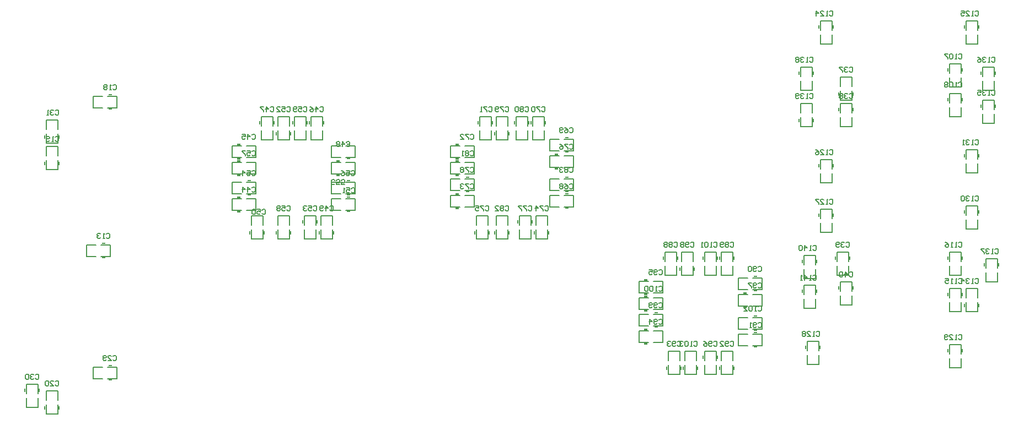
<source format=gbo>
%FSLAX24Y24*%
%MOIN*%
G70*
G01*
G75*
%ADD10C,0.0080*%
%ADD11R,0.0157X0.0846*%
%ADD12R,0.0157X0.0846*%
%ADD13R,0.0945X0.1024*%
%ADD14R,0.0650X0.0085*%
%ADD15R,0.0846X0.0157*%
%ADD16R,0.0394X0.0433*%
%ADD17R,0.0118X0.0610*%
%ADD18R,0.0846X0.0157*%
%ADD19R,0.0610X0.0118*%
%ADD20R,0.0600X0.0150*%
%ADD21O,0.0600X0.0150*%
%ADD22R,0.0236X0.0866*%
%ADD23R,0.0433X0.0394*%
%ADD24R,0.0866X0.0787*%
%ADD25R,0.0787X0.0866*%
%ADD26R,0.0157X0.0630*%
%ADD27R,0.0630X0.0157*%
%ADD28R,0.0709X0.0630*%
%ADD29R,0.0709X0.0709*%
%ADD30R,0.0512X0.0591*%
%ADD31R,0.0591X0.0512*%
%ADD32R,0.0807X0.0236*%
%ADD33R,0.1024X0.0945*%
%ADD34R,0.1000X0.1400*%
%ADD35R,0.0300X0.0600*%
%ADD36R,0.1417X0.0315*%
%ADD37R,0.1240X0.1360*%
%ADD38R,0.0173X0.0787*%
%ADD39R,0.0173X0.0787*%
%ADD40R,0.0984X0.2362*%
%ADD41O,0.0394X0.0170*%
%ADD42R,0.0394X0.0170*%
%ADD43R,0.0394X0.0236*%
%ADD44R,0.0177X0.0807*%
%ADD45R,0.0177X0.0807*%
%ADD46C,0.0100*%
%ADD47C,0.0160*%
%ADD48C,0.0070*%
%ADD49C,0.0110*%
%ADD50C,0.0200*%
%ADD51C,0.0120*%
%ADD52C,0.0300*%
%ADD53C,0.0400*%
%ADD54C,0.0500*%
%ADD55C,0.1260*%
%ADD56C,0.1000*%
%ADD57C,0.1800*%
%ADD58C,0.0600*%
%ADD59R,0.0591X0.0591*%
%ADD60C,0.0591*%
%ADD61C,0.1300*%
%ADD62C,0.0550*%
%ADD63C,0.1024*%
%ADD64C,0.0551*%
%ADD65C,0.0250*%
%ADD66C,0.0079*%
%ADD67C,0.0098*%
%ADD68C,0.0060*%
%ADD69C,0.0098*%
%ADD70C,0.0039*%
%ADD71R,0.0079X0.0197*%
%ADD72R,0.0079X0.0197*%
%ADD73C,0.0020*%
%ADD74R,0.0197X0.0079*%
%ADD75R,0.0197X0.0079*%
D48*
X58480Y56390D02*
X58530Y56440D01*
X58630D01*
X58680Y56390D01*
Y56190D01*
X58630Y56140D01*
X58530D01*
X58480Y56190D01*
X58380Y56440D02*
X58180D01*
Y56390D01*
X58380Y56190D01*
Y56140D01*
X58080Y56390D02*
X58030Y56440D01*
X57930D01*
X57880Y56390D01*
Y56340D01*
X57930Y56290D01*
X57880Y56240D01*
Y56190D01*
X57930Y56140D01*
X58030D01*
X58080Y56190D01*
Y56240D01*
X58030Y56290D01*
X58080Y56340D01*
Y56390D01*
X58030Y56290D02*
X57930D01*
X89000Y58070D02*
X89050Y58120D01*
X89150D01*
X89200Y58070D01*
Y57870D01*
X89150Y57820D01*
X89050D01*
X89000Y57870D01*
X88900Y57820D02*
X88800D01*
X88850D01*
Y58120D01*
X88900Y58070D01*
X88650D02*
X88600Y58120D01*
X88500D01*
X88450Y58070D01*
Y58020D01*
X88500Y57970D01*
X88550D01*
X88500D01*
X88450Y57920D01*
Y57870D01*
X88500Y57820D01*
X88600D01*
X88650Y57870D01*
X88350Y57820D02*
X88250D01*
X88300D01*
Y58120D01*
X88350Y58070D01*
X89000Y54670D02*
X89050Y54720D01*
X89150D01*
X89200Y54670D01*
Y54470D01*
X89150Y54420D01*
X89050D01*
X89000Y54470D01*
X88900Y54420D02*
X88800D01*
X88850D01*
Y54720D01*
X88900Y54670D01*
X88650D02*
X88600Y54720D01*
X88500D01*
X88450Y54670D01*
Y54620D01*
X88500Y54570D01*
X88550D01*
X88500D01*
X88450Y54520D01*
Y54470D01*
X88500Y54420D01*
X88600D01*
X88650Y54470D01*
X88350Y54670D02*
X88300Y54720D01*
X88200D01*
X88150Y54670D01*
Y54470D01*
X88200Y54420D01*
X88300D01*
X88350Y54470D01*
Y54670D01*
X88000Y46270D02*
X88050Y46320D01*
X88150D01*
X88200Y46270D01*
Y46070D01*
X88150Y46020D01*
X88050D01*
X88000Y46070D01*
X87900Y46020D02*
X87800D01*
X87850D01*
Y46320D01*
X87900Y46270D01*
X87450Y46020D02*
X87650D01*
X87450Y46220D01*
Y46270D01*
X87500Y46320D01*
X87600D01*
X87650Y46270D01*
X87350Y46070D02*
X87300Y46020D01*
X87200D01*
X87150Y46070D01*
Y46270D01*
X87200Y46320D01*
X87300D01*
X87350Y46270D01*
Y46220D01*
X87300Y46170D01*
X87150D01*
X79400Y46470D02*
X79450Y46520D01*
X79550D01*
X79600Y46470D01*
Y46270D01*
X79550Y46220D01*
X79450D01*
X79400Y46270D01*
X79300Y46220D02*
X79200D01*
X79250D01*
Y46520D01*
X79300Y46470D01*
X78850Y46220D02*
X79050D01*
X78850Y46420D01*
Y46470D01*
X78900Y46520D01*
X79000D01*
X79050Y46470D01*
X78750D02*
X78700Y46520D01*
X78600D01*
X78550Y46470D01*
Y46420D01*
X78600Y46370D01*
X78550Y46320D01*
Y46270D01*
X78600Y46220D01*
X78700D01*
X78750Y46270D01*
Y46320D01*
X78700Y46370D01*
X78750Y46420D01*
Y46470D01*
X78700Y46370D02*
X78600D01*
X80200Y54470D02*
X80250Y54520D01*
X80350D01*
X80400Y54470D01*
Y54270D01*
X80350Y54220D01*
X80250D01*
X80200Y54270D01*
X80100Y54220D02*
X80000D01*
X80050D01*
Y54520D01*
X80100Y54470D01*
X79650Y54220D02*
X79850D01*
X79650Y54420D01*
Y54470D01*
X79700Y54520D01*
X79800D01*
X79850Y54470D01*
X79550Y54520D02*
X79350D01*
Y54470D01*
X79550Y54270D01*
Y54220D01*
X80200Y57470D02*
X80250Y57520D01*
X80350D01*
X80400Y57470D01*
Y57270D01*
X80350Y57220D01*
X80250D01*
X80200Y57270D01*
X80100Y57220D02*
X80000D01*
X80050D01*
Y57520D01*
X80100Y57470D01*
X79650Y57220D02*
X79850D01*
X79650Y57420D01*
Y57470D01*
X79700Y57520D01*
X79800D01*
X79850Y57470D01*
X79350Y57520D02*
X79450Y57470D01*
X79550Y57370D01*
Y57270D01*
X79500Y57220D01*
X79400D01*
X79350Y57270D01*
Y57320D01*
X79400Y57370D01*
X79550D01*
X89000Y65870D02*
X89050Y65920D01*
X89150D01*
X89200Y65870D01*
Y65670D01*
X89150Y65620D01*
X89050D01*
X89000Y65670D01*
X88900Y65620D02*
X88800D01*
X88850D01*
Y65920D01*
X88900Y65870D01*
X88450Y65620D02*
X88650D01*
X88450Y65820D01*
Y65870D01*
X88500Y65920D01*
X88600D01*
X88650Y65870D01*
X88150Y65920D02*
X88350D01*
Y65770D01*
X88250Y65820D01*
X88200D01*
X88150Y65770D01*
Y65670D01*
X88200Y65620D01*
X88300D01*
X88350Y65670D01*
X80200Y65870D02*
X80250Y65920D01*
X80350D01*
X80400Y65870D01*
Y65670D01*
X80350Y65620D01*
X80250D01*
X80200Y65670D01*
X80100Y65620D02*
X80000D01*
X80050D01*
Y65920D01*
X80100Y65870D01*
X79650Y65620D02*
X79850D01*
X79650Y65820D01*
Y65870D01*
X79700Y65920D01*
X79800D01*
X79850Y65870D01*
X79400Y65620D02*
Y65920D01*
X79550Y65770D01*
X79350D01*
X81400Y50070D02*
X81450Y50120D01*
X81550D01*
X81600Y50070D01*
Y49870D01*
X81550Y49820D01*
X81450D01*
X81400Y49870D01*
X81150Y49820D02*
Y50120D01*
X81300Y49970D01*
X81100D01*
X81000Y50070D02*
X80950Y50120D01*
X80850D01*
X80800Y50070D01*
Y49870D01*
X80850Y49820D01*
X80950D01*
X81000Y49870D01*
Y50070D01*
X81200Y51870D02*
X81250Y51920D01*
X81350D01*
X81400Y51870D01*
Y51670D01*
X81350Y51620D01*
X81250D01*
X81200Y51670D01*
X81100Y51870D02*
X81050Y51920D01*
X80950D01*
X80900Y51870D01*
Y51820D01*
X80950Y51770D01*
X81000D01*
X80950D01*
X80900Y51720D01*
Y51670D01*
X80950Y51620D01*
X81050D01*
X81100Y51670D01*
X80800D02*
X80750Y51620D01*
X80650D01*
X80600Y51670D01*
Y51870D01*
X80650Y51920D01*
X80750D01*
X80800Y51870D01*
Y51820D01*
X80750Y51770D01*
X80600D01*
X81400Y60870D02*
X81450Y60920D01*
X81550D01*
X81600Y60870D01*
Y60670D01*
X81550Y60620D01*
X81450D01*
X81400Y60670D01*
X81300Y60870D02*
X81250Y60920D01*
X81150D01*
X81100Y60870D01*
Y60820D01*
X81150Y60770D01*
X81200D01*
X81150D01*
X81100Y60720D01*
Y60670D01*
X81150Y60620D01*
X81250D01*
X81300Y60670D01*
X81000Y60870D02*
X80950Y60920D01*
X80850D01*
X80800Y60870D01*
Y60820D01*
X80850Y60770D01*
X80800Y60720D01*
Y60670D01*
X80850Y60620D01*
X80950D01*
X81000Y60670D01*
Y60720D01*
X80950Y60770D01*
X81000Y60820D01*
Y60870D01*
X80950Y60770D02*
X80850D01*
X81400Y62470D02*
X81450Y62520D01*
X81550D01*
X81600Y62470D01*
Y62270D01*
X81550Y62220D01*
X81450D01*
X81400Y62270D01*
X81300Y62470D02*
X81250Y62520D01*
X81150D01*
X81100Y62470D01*
Y62420D01*
X81150Y62370D01*
X81200D01*
X81150D01*
X81100Y62320D01*
Y62270D01*
X81150Y62220D01*
X81250D01*
X81300Y62270D01*
X81000Y62520D02*
X80800D01*
Y62470D01*
X81000Y62270D01*
Y62220D01*
X72000Y45870D02*
X72050Y45920D01*
X72150D01*
X72200Y45870D01*
Y45670D01*
X72150Y45620D01*
X72050D01*
X72000Y45670D01*
X71900Y45620D02*
X71800D01*
X71850D01*
Y45920D01*
X71900Y45870D01*
X71650D02*
X71600Y45920D01*
X71500D01*
X71450Y45870D01*
Y45670D01*
X71500Y45620D01*
X71600D01*
X71650Y45670D01*
Y45870D01*
X71350D02*
X71300Y45920D01*
X71200D01*
X71150Y45870D01*
Y45820D01*
X71200Y45770D01*
X71250D01*
X71200D01*
X71150Y45720D01*
Y45670D01*
X71200Y45620D01*
X71300D01*
X71350Y45670D01*
X75880Y47990D02*
X75930Y48040D01*
X76030D01*
X76080Y47990D01*
Y47790D01*
X76030Y47740D01*
X75930D01*
X75880Y47790D01*
X75780Y47740D02*
X75680D01*
X75730D01*
Y48040D01*
X75780Y47990D01*
X75530D02*
X75480Y48040D01*
X75380D01*
X75330Y47990D01*
Y47790D01*
X75380Y47740D01*
X75480D01*
X75530Y47790D01*
Y47990D01*
X75030Y47740D02*
X75230D01*
X75030Y47940D01*
Y47990D01*
X75080Y48040D01*
X75180D01*
X75230Y47990D01*
X73200Y51870D02*
X73250Y51920D01*
X73350D01*
X73400Y51870D01*
Y51670D01*
X73350Y51620D01*
X73250D01*
X73200Y51670D01*
X73100Y51620D02*
X73000D01*
X73050D01*
Y51920D01*
X73100Y51870D01*
X72850D02*
X72800Y51920D01*
X72700D01*
X72650Y51870D01*
Y51670D01*
X72700Y51620D01*
X72800D01*
X72850Y51670D01*
Y51870D01*
X72550Y51620D02*
X72450D01*
X72500D01*
Y51920D01*
X72550Y51870D01*
X69880Y49190D02*
X69930Y49240D01*
X70030D01*
X70080Y49190D01*
Y48990D01*
X70030Y48940D01*
X69930D01*
X69880Y48990D01*
X69780Y48940D02*
X69680D01*
X69730D01*
Y49240D01*
X69780Y49190D01*
X69530D02*
X69480Y49240D01*
X69380D01*
X69330Y49190D01*
Y48990D01*
X69380Y48940D01*
X69480D01*
X69530Y48990D01*
Y49190D01*
X69230D02*
X69180Y49240D01*
X69080D01*
X69030Y49190D01*
Y48990D01*
X69080Y48940D01*
X69180D01*
X69230Y48990D01*
Y49190D01*
X69880Y48190D02*
X69930Y48240D01*
X70030D01*
X70080Y48190D01*
Y47990D01*
X70030Y47940D01*
X69930D01*
X69880Y47990D01*
X69780D02*
X69730Y47940D01*
X69630D01*
X69580Y47990D01*
Y48190D01*
X69630Y48240D01*
X69730D01*
X69780Y48190D01*
Y48140D01*
X69730Y48090D01*
X69580D01*
X69480Y47990D02*
X69430Y47940D01*
X69330D01*
X69280Y47990D01*
Y48190D01*
X69330Y48240D01*
X69430D01*
X69480Y48190D01*
Y48140D01*
X69430Y48090D01*
X69280D01*
X71800Y51870D02*
X71850Y51920D01*
X71950D01*
X72000Y51870D01*
Y51670D01*
X71950Y51620D01*
X71850D01*
X71800Y51670D01*
X71700D02*
X71650Y51620D01*
X71550D01*
X71500Y51670D01*
Y51870D01*
X71550Y51920D01*
X71650D01*
X71700Y51870D01*
Y51820D01*
X71650Y51770D01*
X71500D01*
X71400Y51870D02*
X71350Y51920D01*
X71250D01*
X71200Y51870D01*
Y51820D01*
X71250Y51770D01*
X71200Y51720D01*
Y51670D01*
X71250Y51620D01*
X71350D01*
X71400Y51670D01*
Y51720D01*
X71350Y51770D01*
X71400Y51820D01*
Y51870D01*
X71350Y51770D02*
X71250D01*
X75880Y49390D02*
X75930Y49440D01*
X76030D01*
X76080Y49390D01*
Y49190D01*
X76030Y49140D01*
X75930D01*
X75880Y49190D01*
X75780D02*
X75730Y49140D01*
X75630D01*
X75580Y49190D01*
Y49390D01*
X75630Y49440D01*
X75730D01*
X75780Y49390D01*
Y49340D01*
X75730Y49290D01*
X75580D01*
X75480Y49440D02*
X75280D01*
Y49390D01*
X75480Y49190D01*
Y49140D01*
X73200Y45870D02*
X73250Y45920D01*
X73350D01*
X73400Y45870D01*
Y45670D01*
X73350Y45620D01*
X73250D01*
X73200Y45670D01*
X73100D02*
X73050Y45620D01*
X72950D01*
X72900Y45670D01*
Y45870D01*
X72950Y45920D01*
X73050D01*
X73100Y45870D01*
Y45820D01*
X73050Y45770D01*
X72900D01*
X72600Y45920D02*
X72700Y45870D01*
X72800Y45770D01*
Y45670D01*
X72750Y45620D01*
X72650D01*
X72600Y45670D01*
Y45720D01*
X72650Y45770D01*
X72800D01*
X69880Y50190D02*
X69930Y50240D01*
X70030D01*
X70080Y50190D01*
Y49990D01*
X70030Y49940D01*
X69930D01*
X69880Y49990D01*
X69780D02*
X69730Y49940D01*
X69630D01*
X69580Y49990D01*
Y50190D01*
X69630Y50240D01*
X69730D01*
X69780Y50190D01*
Y50140D01*
X69730Y50090D01*
X69580D01*
X69280Y50240D02*
X69480D01*
Y50090D01*
X69380Y50140D01*
X69330D01*
X69280Y50090D01*
Y49990D01*
X69330Y49940D01*
X69430D01*
X69480Y49990D01*
X69880Y47190D02*
X69930Y47240D01*
X70030D01*
X70080Y47190D01*
Y46990D01*
X70030Y46940D01*
X69930D01*
X69880Y46990D01*
X69780D02*
X69730Y46940D01*
X69630D01*
X69580Y46990D01*
Y47190D01*
X69630Y47240D01*
X69730D01*
X69780Y47190D01*
Y47140D01*
X69730Y47090D01*
X69580D01*
X69330Y46940D02*
Y47240D01*
X69480Y47090D01*
X69280D01*
X71000Y45870D02*
X71050Y45920D01*
X71150D01*
X71200Y45870D01*
Y45670D01*
X71150Y45620D01*
X71050D01*
X71000Y45670D01*
X70900D02*
X70850Y45620D01*
X70750D01*
X70700Y45670D01*
Y45870D01*
X70750Y45920D01*
X70850D01*
X70900Y45870D01*
Y45820D01*
X70850Y45770D01*
X70700D01*
X70600Y45870D02*
X70550Y45920D01*
X70450D01*
X70400Y45870D01*
Y45820D01*
X70450Y45770D01*
X70500D01*
X70450D01*
X70400Y45720D01*
Y45670D01*
X70450Y45620D01*
X70550D01*
X70600Y45670D01*
X74200Y45870D02*
X74250Y45920D01*
X74350D01*
X74400Y45870D01*
Y45670D01*
X74350Y45620D01*
X74250D01*
X74200Y45670D01*
X74100D02*
X74050Y45620D01*
X73950D01*
X73900Y45670D01*
Y45870D01*
X73950Y45920D01*
X74050D01*
X74100Y45870D01*
Y45820D01*
X74050Y45770D01*
X73900D01*
X73600Y45620D02*
X73800D01*
X73600Y45820D01*
Y45870D01*
X73650Y45920D01*
X73750D01*
X73800Y45870D01*
X75880Y46990D02*
X75930Y47040D01*
X76030D01*
X76080Y46990D01*
Y46790D01*
X76030Y46740D01*
X75930D01*
X75880Y46790D01*
X75780D02*
X75730Y46740D01*
X75630D01*
X75580Y46790D01*
Y46990D01*
X75630Y47040D01*
X75730D01*
X75780Y46990D01*
Y46940D01*
X75730Y46890D01*
X75580D01*
X75480Y46740D02*
X75380D01*
X75430D01*
Y47040D01*
X75480Y46990D01*
X75880Y50390D02*
X75930Y50440D01*
X76030D01*
X76080Y50390D01*
Y50190D01*
X76030Y50140D01*
X75930D01*
X75880Y50190D01*
X75780D02*
X75730Y50140D01*
X75630D01*
X75580Y50190D01*
Y50390D01*
X75630Y50440D01*
X75730D01*
X75780Y50390D01*
Y50340D01*
X75730Y50290D01*
X75580D01*
X75480Y50390D02*
X75430Y50440D01*
X75330D01*
X75280Y50390D01*
Y50190D01*
X75330Y50140D01*
X75430D01*
X75480Y50190D01*
Y50390D01*
X74200Y51870D02*
X74250Y51920D01*
X74350D01*
X74400Y51870D01*
Y51670D01*
X74350Y51620D01*
X74250D01*
X74200Y51670D01*
X74100Y51870D02*
X74050Y51920D01*
X73950D01*
X73900Y51870D01*
Y51820D01*
X73950Y51770D01*
X73900Y51720D01*
Y51670D01*
X73950Y51620D01*
X74050D01*
X74100Y51670D01*
Y51720D01*
X74050Y51770D01*
X74100Y51820D01*
Y51870D01*
X74050Y51770D02*
X73950D01*
X73800Y51670D02*
X73750Y51620D01*
X73650D01*
X73600Y51670D01*
Y51870D01*
X73650Y51920D01*
X73750D01*
X73800Y51870D01*
Y51820D01*
X73750Y51770D01*
X73600D01*
X70800Y51870D02*
X70850Y51920D01*
X70950D01*
X71000Y51870D01*
Y51670D01*
X70950Y51620D01*
X70850D01*
X70800Y51670D01*
X70700Y51870D02*
X70650Y51920D01*
X70550D01*
X70500Y51870D01*
Y51820D01*
X70550Y51770D01*
X70500Y51720D01*
Y51670D01*
X70550Y51620D01*
X70650D01*
X70700Y51670D01*
Y51720D01*
X70650Y51770D01*
X70700Y51820D01*
Y51870D01*
X70650Y51770D02*
X70550D01*
X70400Y51870D02*
X70350Y51920D01*
X70250D01*
X70200Y51870D01*
Y51820D01*
X70250Y51770D01*
X70200Y51720D01*
Y51670D01*
X70250Y51620D01*
X70350D01*
X70400Y51670D01*
Y51720D01*
X70350Y51770D01*
X70400Y51820D01*
Y51870D01*
X70350Y51770D02*
X70250D01*
X64480Y56390D02*
X64530Y56440D01*
X64630D01*
X64680Y56390D01*
Y56190D01*
X64630Y56140D01*
X64530D01*
X64480Y56190D01*
X64380Y56390D02*
X64330Y56440D01*
X64230D01*
X64180Y56390D01*
Y56340D01*
X64230Y56290D01*
X64180Y56240D01*
Y56190D01*
X64230Y56140D01*
X64330D01*
X64380Y56190D01*
Y56240D01*
X64330Y56290D01*
X64380Y56340D01*
Y56390D01*
X64330Y56290D02*
X64230D01*
X64080Y56390D02*
X64030Y56440D01*
X63930D01*
X63880Y56390D01*
Y56340D01*
X63930Y56290D01*
X63980D01*
X63930D01*
X63880Y56240D01*
Y56190D01*
X63930Y56140D01*
X64030D01*
X64080Y56190D01*
X60600Y54070D02*
X60650Y54120D01*
X60750D01*
X60800Y54070D01*
Y53870D01*
X60750Y53820D01*
X60650D01*
X60600Y53870D01*
X60500Y54070D02*
X60450Y54120D01*
X60350D01*
X60300Y54070D01*
Y54020D01*
X60350Y53970D01*
X60300Y53920D01*
Y53870D01*
X60350Y53820D01*
X60450D01*
X60500Y53870D01*
Y53920D01*
X60450Y53970D01*
X60500Y54020D01*
Y54070D01*
X60450Y53970D02*
X60350D01*
X60000Y53820D02*
X60200D01*
X60000Y54020D01*
Y54070D01*
X60050Y54120D01*
X60150D01*
X60200Y54070D01*
X58480Y57390D02*
X58530Y57440D01*
X58630D01*
X58680Y57390D01*
Y57190D01*
X58630Y57140D01*
X58530D01*
X58480Y57190D01*
X58380Y57390D02*
X58330Y57440D01*
X58230D01*
X58180Y57390D01*
Y57340D01*
X58230Y57290D01*
X58180Y57240D01*
Y57190D01*
X58230Y57140D01*
X58330D01*
X58380Y57190D01*
Y57240D01*
X58330Y57290D01*
X58380Y57340D01*
Y57390D01*
X58330Y57290D02*
X58230D01*
X58080Y57140D02*
X57980D01*
X58030D01*
Y57440D01*
X58080Y57390D01*
X61800Y60070D02*
X61850Y60120D01*
X61950D01*
X62000Y60070D01*
Y59870D01*
X61950Y59820D01*
X61850D01*
X61800Y59870D01*
X61700Y60070D02*
X61650Y60120D01*
X61550D01*
X61500Y60070D01*
Y60020D01*
X61550Y59970D01*
X61500Y59920D01*
Y59870D01*
X61550Y59820D01*
X61650D01*
X61700Y59870D01*
Y59920D01*
X61650Y59970D01*
X61700Y60020D01*
Y60070D01*
X61650Y59970D02*
X61550D01*
X61400Y60070D02*
X61350Y60120D01*
X61250D01*
X61200Y60070D01*
Y59870D01*
X61250Y59820D01*
X61350D01*
X61400Y59870D01*
Y60070D01*
X60600D02*
X60650Y60120D01*
X60750D01*
X60800Y60070D01*
Y59870D01*
X60750Y59820D01*
X60650D01*
X60600Y59870D01*
X60500Y60120D02*
X60300D01*
Y60070D01*
X60500Y59870D01*
Y59820D01*
X60200Y59870D02*
X60150Y59820D01*
X60050D01*
X60000Y59870D01*
Y60070D01*
X60050Y60120D01*
X60150D01*
X60200Y60070D01*
Y60020D01*
X60150Y59970D01*
X60000D01*
X62000Y54070D02*
X62050Y54120D01*
X62150D01*
X62200Y54070D01*
Y53870D01*
X62150Y53820D01*
X62050D01*
X62000Y53870D01*
X61900Y54120D02*
X61700D01*
Y54070D01*
X61900Y53870D01*
Y53820D01*
X61600Y54120D02*
X61400D01*
Y54070D01*
X61600Y53870D01*
Y53820D01*
X64480Y57790D02*
X64530Y57840D01*
X64630D01*
X64680Y57790D01*
Y57590D01*
X64630Y57540D01*
X64530D01*
X64480Y57590D01*
X64380Y57840D02*
X64180D01*
Y57790D01*
X64380Y57590D01*
Y57540D01*
X63880Y57840D02*
X63980Y57790D01*
X64080Y57690D01*
Y57590D01*
X64030Y57540D01*
X63930D01*
X63880Y57590D01*
Y57640D01*
X63930Y57690D01*
X64080D01*
X59400Y54070D02*
X59450Y54120D01*
X59550D01*
X59600Y54070D01*
Y53870D01*
X59550Y53820D01*
X59450D01*
X59400Y53870D01*
X59300Y54120D02*
X59100D01*
Y54070D01*
X59300Y53870D01*
Y53820D01*
X58800Y54120D02*
X59000D01*
Y53970D01*
X58900Y54020D01*
X58850D01*
X58800Y53970D01*
Y53870D01*
X58850Y53820D01*
X58950D01*
X59000Y53870D01*
X63000Y54070D02*
X63050Y54120D01*
X63150D01*
X63200Y54070D01*
Y53870D01*
X63150Y53820D01*
X63050D01*
X63000Y53870D01*
X62900Y54120D02*
X62700D01*
Y54070D01*
X62900Y53870D01*
Y53820D01*
X62450D02*
Y54120D01*
X62600Y53970D01*
X62400D01*
X58480Y55390D02*
X58530Y55440D01*
X58630D01*
X58680Y55390D01*
Y55190D01*
X58630Y55140D01*
X58530D01*
X58480Y55190D01*
X58380Y55440D02*
X58180D01*
Y55390D01*
X58380Y55190D01*
Y55140D01*
X58080Y55390D02*
X58030Y55440D01*
X57930D01*
X57880Y55390D01*
Y55340D01*
X57930Y55290D01*
X57980D01*
X57930D01*
X57880Y55240D01*
Y55190D01*
X57930Y55140D01*
X58030D01*
X58080Y55190D01*
X58480Y58390D02*
X58530Y58440D01*
X58630D01*
X58680Y58390D01*
Y58190D01*
X58630Y58140D01*
X58530D01*
X58480Y58190D01*
X58380Y58440D02*
X58180D01*
Y58390D01*
X58380Y58190D01*
Y58140D01*
X57880D02*
X58080D01*
X57880Y58340D01*
Y58390D01*
X57930Y58440D01*
X58030D01*
X58080Y58390D01*
X59600Y60070D02*
X59650Y60120D01*
X59750D01*
X59800Y60070D01*
Y59870D01*
X59750Y59820D01*
X59650D01*
X59600Y59870D01*
X59500Y60120D02*
X59300D01*
Y60070D01*
X59500Y59870D01*
Y59820D01*
X59200D02*
X59100D01*
X59150D01*
Y60120D01*
X59200Y60070D01*
X62800D02*
X62850Y60120D01*
X62950D01*
X63000Y60070D01*
Y59870D01*
X62950Y59820D01*
X62850D01*
X62800Y59870D01*
X62700Y60120D02*
X62500D01*
Y60070D01*
X62700Y59870D01*
Y59820D01*
X62400Y60070D02*
X62350Y60120D01*
X62250D01*
X62200Y60070D01*
Y59870D01*
X62250Y59820D01*
X62350D01*
X62400Y59870D01*
Y60070D01*
X64480Y58790D02*
X64530Y58840D01*
X64630D01*
X64680Y58790D01*
Y58590D01*
X64630Y58540D01*
X64530D01*
X64480Y58590D01*
X64180Y58840D02*
X64280Y58790D01*
X64380Y58690D01*
Y58590D01*
X64330Y58540D01*
X64230D01*
X64180Y58590D01*
Y58640D01*
X64230Y58690D01*
X64380D01*
X64080Y58590D02*
X64030Y58540D01*
X63930D01*
X63880Y58590D01*
Y58790D01*
X63930Y58840D01*
X64030D01*
X64080Y58790D01*
Y58740D01*
X64030Y58690D01*
X63880D01*
X64480Y55390D02*
X64530Y55440D01*
X64630D01*
X64680Y55390D01*
Y55190D01*
X64630Y55140D01*
X64530D01*
X64480Y55190D01*
X64180Y55440D02*
X64280Y55390D01*
X64380Y55290D01*
Y55190D01*
X64330Y55140D01*
X64230D01*
X64180Y55190D01*
Y55240D01*
X64230Y55290D01*
X64380D01*
X64080Y55390D02*
X64030Y55440D01*
X63930D01*
X63880Y55390D01*
Y55340D01*
X63930Y55290D01*
X63880Y55240D01*
Y55190D01*
X63930Y55140D01*
X64030D01*
X64080Y55190D01*
Y55240D01*
X64030Y55290D01*
X64080Y55340D01*
Y55390D01*
X64030Y55290D02*
X63930D01*
X48400Y60070D02*
X48450Y60120D01*
X48550D01*
X48600Y60070D01*
Y59870D01*
X48550Y59820D01*
X48450D01*
X48400Y59870D01*
X48100Y60120D02*
X48300D01*
Y59970D01*
X48200Y60020D01*
X48150D01*
X48100Y59970D01*
Y59870D01*
X48150Y59820D01*
X48250D01*
X48300Y59870D01*
X48000D02*
X47950Y59820D01*
X47850D01*
X47800Y59870D01*
Y60070D01*
X47850Y60120D01*
X47950D01*
X48000Y60070D01*
Y60020D01*
X47950Y59970D01*
X47800D01*
X47400Y54070D02*
X47450Y54120D01*
X47550D01*
X47600Y54070D01*
Y53870D01*
X47550Y53820D01*
X47450D01*
X47400Y53870D01*
X47100Y54120D02*
X47300D01*
Y53970D01*
X47200Y54020D01*
X47150D01*
X47100Y53970D01*
Y53870D01*
X47150Y53820D01*
X47250D01*
X47300Y53870D01*
X47000Y54070D02*
X46950Y54120D01*
X46850D01*
X46800Y54070D01*
Y54020D01*
X46850Y53970D01*
X46800Y53920D01*
Y53870D01*
X46850Y53820D01*
X46950D01*
X47000Y53870D01*
Y53920D01*
X46950Y53970D01*
X47000Y54020D01*
Y54070D01*
X46950Y53970D02*
X46850D01*
X45280Y57390D02*
X45330Y57440D01*
X45430D01*
X45480Y57390D01*
Y57190D01*
X45430Y57140D01*
X45330D01*
X45280Y57190D01*
X44980Y57440D02*
X45180D01*
Y57290D01*
X45080Y57340D01*
X45030D01*
X44980Y57290D01*
Y57190D01*
X45030Y57140D01*
X45130D01*
X45180Y57190D01*
X44880Y57440D02*
X44680D01*
Y57390D01*
X44880Y57190D01*
Y57140D01*
X51280Y56190D02*
X51330Y56240D01*
X51430D01*
X51480Y56190D01*
Y55990D01*
X51430Y55940D01*
X51330D01*
X51280Y55990D01*
X50980Y56240D02*
X51180D01*
Y56090D01*
X51080Y56140D01*
X51030D01*
X50980Y56090D01*
Y55990D01*
X51030Y55940D01*
X51130D01*
X51180Y55990D01*
X50680Y56240D02*
X50780Y56190D01*
X50880Y56090D01*
Y55990D01*
X50830Y55940D01*
X50730D01*
X50680Y55990D01*
Y56040D01*
X50730Y56090D01*
X50880D01*
X45280Y56190D02*
X45330Y56240D01*
X45430D01*
X45480Y56190D01*
Y55990D01*
X45430Y55940D01*
X45330D01*
X45280Y55990D01*
X44980Y56240D02*
X45180D01*
Y56090D01*
X45080Y56140D01*
X45030D01*
X44980Y56090D01*
Y55990D01*
X45030Y55940D01*
X45130D01*
X45180Y55990D01*
X44730Y55940D02*
Y56240D01*
X44880Y56090D01*
X44680D01*
X49000Y54070D02*
X49050Y54120D01*
X49150D01*
X49200Y54070D01*
Y53870D01*
X49150Y53820D01*
X49050D01*
X49000Y53870D01*
X48700Y54120D02*
X48900D01*
Y53970D01*
X48800Y54020D01*
X48750D01*
X48700Y53970D01*
Y53870D01*
X48750Y53820D01*
X48850D01*
X48900Y53870D01*
X48600Y54070D02*
X48550Y54120D01*
X48450D01*
X48400Y54070D01*
Y54020D01*
X48450Y53970D01*
X48500D01*
X48450D01*
X48400Y53920D01*
Y53870D01*
X48450Y53820D01*
X48550D01*
X48600Y53870D01*
X47400Y60070D02*
X47450Y60120D01*
X47550D01*
X47600Y60070D01*
Y59870D01*
X47550Y59820D01*
X47450D01*
X47400Y59870D01*
X47100Y60120D02*
X47300D01*
Y59970D01*
X47200Y60020D01*
X47150D01*
X47100Y59970D01*
Y59870D01*
X47150Y59820D01*
X47250D01*
X47300Y59870D01*
X46800Y59820D02*
X47000D01*
X46800Y60020D01*
Y60070D01*
X46850Y60120D01*
X46950D01*
X47000Y60070D01*
X51300Y55150D02*
X51350Y55200D01*
X51450D01*
X51500Y55150D01*
Y54950D01*
X51450Y54900D01*
X51350D01*
X51300Y54950D01*
X51000Y55200D02*
X51200D01*
Y55050D01*
X51100Y55100D01*
X51050D01*
X51000Y55050D01*
Y54950D01*
X51050Y54900D01*
X51150D01*
X51200Y54950D01*
X50900Y54900D02*
X50800D01*
X50850D01*
Y55200D01*
X50900Y55150D01*
X45900Y53850D02*
X45950Y53900D01*
X46050D01*
X46100Y53850D01*
Y53650D01*
X46050Y53600D01*
X45950D01*
X45900Y53650D01*
X45600Y53900D02*
X45800D01*
Y53750D01*
X45700Y53800D01*
X45650D01*
X45600Y53750D01*
Y53650D01*
X45650Y53600D01*
X45750D01*
X45800Y53650D01*
X45500Y53850D02*
X45450Y53900D01*
X45350D01*
X45300Y53850D01*
Y53650D01*
X45350Y53600D01*
X45450D01*
X45500Y53650D01*
Y53850D01*
X50000Y54070D02*
X50050Y54120D01*
X50150D01*
X50200Y54070D01*
Y53870D01*
X50150Y53820D01*
X50050D01*
X50000Y53870D01*
X49750Y53820D02*
Y54120D01*
X49900Y53970D01*
X49700D01*
X49600Y53870D02*
X49550Y53820D01*
X49450D01*
X49400Y53870D01*
Y54070D01*
X49450Y54120D01*
X49550D01*
X49600Y54070D01*
Y54020D01*
X49550Y53970D01*
X49400D01*
X51000Y57950D02*
X51050Y58000D01*
X51150D01*
X51200Y57950D01*
Y57750D01*
X51150Y57700D01*
X51050D01*
X51000Y57750D01*
X50750Y57700D02*
Y58000D01*
X50900Y57850D01*
X50700D01*
X50600Y57950D02*
X50550Y58000D01*
X50450D01*
X50400Y57950D01*
Y57900D01*
X50450Y57850D01*
X50400Y57800D01*
Y57750D01*
X50450Y57700D01*
X50550D01*
X50600Y57750D01*
Y57800D01*
X50550Y57850D01*
X50600Y57900D01*
Y57950D01*
X50550Y57850D02*
X50450D01*
X46400Y60070D02*
X46450Y60120D01*
X46550D01*
X46600Y60070D01*
Y59870D01*
X46550Y59820D01*
X46450D01*
X46400Y59870D01*
X46150Y59820D02*
Y60120D01*
X46300Y59970D01*
X46100D01*
X46000Y60120D02*
X45800D01*
Y60070D01*
X46000Y59870D01*
Y59820D01*
X49400Y60070D02*
X49450Y60120D01*
X49550D01*
X49600Y60070D01*
Y59870D01*
X49550Y59820D01*
X49450D01*
X49400Y59870D01*
X49150Y59820D02*
Y60120D01*
X49300Y59970D01*
X49100D01*
X48800Y60120D02*
X48900Y60070D01*
X49000Y59970D01*
Y59870D01*
X48950Y59820D01*
X48850D01*
X48800Y59870D01*
Y59920D01*
X48850Y59970D01*
X49000D01*
X45280Y58390D02*
X45330Y58440D01*
X45430D01*
X45480Y58390D01*
Y58190D01*
X45430Y58140D01*
X45330D01*
X45280Y58190D01*
X45030Y58140D02*
Y58440D01*
X45180Y58290D01*
X44980D01*
X44680Y58440D02*
X44880D01*
Y58290D01*
X44780Y58340D01*
X44730D01*
X44680Y58290D01*
Y58190D01*
X44730Y58140D01*
X44830D01*
X44880Y58190D01*
X45280Y55190D02*
X45330Y55240D01*
X45430D01*
X45480Y55190D01*
Y54990D01*
X45430Y54940D01*
X45330D01*
X45280Y54990D01*
X45030Y54940D02*
Y55240D01*
X45180Y55090D01*
X44980D01*
X44730Y54940D02*
Y55240D01*
X44880Y55090D01*
X44680D01*
X33400Y59870D02*
X33450Y59920D01*
X33550D01*
X33600Y59870D01*
Y59670D01*
X33550Y59620D01*
X33450D01*
X33400Y59670D01*
X33300Y59870D02*
X33250Y59920D01*
X33150D01*
X33100Y59870D01*
Y59820D01*
X33150Y59770D01*
X33200D01*
X33150D01*
X33100Y59720D01*
Y59670D01*
X33150Y59620D01*
X33250D01*
X33300Y59670D01*
X33000Y59620D02*
X32900D01*
X32950D01*
Y59920D01*
X33000Y59870D01*
X33400Y43470D02*
X33450Y43520D01*
X33550D01*
X33600Y43470D01*
Y43270D01*
X33550Y43220D01*
X33450D01*
X33400Y43270D01*
X33100Y43220D02*
X33300D01*
X33100Y43420D01*
Y43470D01*
X33150Y43520D01*
X33250D01*
X33300Y43470D01*
X33000D02*
X32950Y43520D01*
X32850D01*
X32800Y43470D01*
Y43270D01*
X32850Y43220D01*
X32950D01*
X33000Y43270D01*
Y43470D01*
X33400Y58270D02*
X33450Y58320D01*
X33550D01*
X33600Y58270D01*
Y58070D01*
X33550Y58020D01*
X33450D01*
X33400Y58070D01*
X33300Y58020D02*
X33200D01*
X33250D01*
Y58320D01*
X33300Y58270D01*
X33050Y58070D02*
X33000Y58020D01*
X32900D01*
X32850Y58070D01*
Y58270D01*
X32900Y58320D01*
X33000D01*
X33050Y58270D01*
Y58220D01*
X33000Y58170D01*
X32850D01*
X36880Y61390D02*
X36930Y61440D01*
X37030D01*
X37080Y61390D01*
Y61190D01*
X37030Y61140D01*
X36930D01*
X36880Y61190D01*
X36780Y61140D02*
X36680D01*
X36730D01*
Y61440D01*
X36780Y61390D01*
X36530D02*
X36480Y61440D01*
X36380D01*
X36330Y61390D01*
Y61340D01*
X36380Y61290D01*
X36330Y61240D01*
Y61190D01*
X36380Y61140D01*
X36480D01*
X36530Y61190D01*
Y61240D01*
X36480Y61290D01*
X36530Y61340D01*
Y61390D01*
X36480Y61290D02*
X36380D01*
X36480Y52390D02*
X36530Y52440D01*
X36630D01*
X36680Y52390D01*
Y52190D01*
X36630Y52140D01*
X36530D01*
X36480Y52190D01*
X36380Y52140D02*
X36280D01*
X36330D01*
Y52440D01*
X36380Y52390D01*
X36130D02*
X36080Y52440D01*
X35980D01*
X35930Y52390D01*
Y52340D01*
X35980Y52290D01*
X36030D01*
X35980D01*
X35930Y52240D01*
Y52190D01*
X35980Y52140D01*
X36080D01*
X36130Y52190D01*
X50300Y55450D02*
X50250Y55400D01*
X50150D01*
X50100Y55450D01*
Y55650D01*
X50150Y55700D01*
X50250D01*
X50300Y55650D01*
X50600Y55400D02*
X50400D01*
Y55550D01*
X50500Y55500D01*
X50550D01*
X50600Y55550D01*
Y55650D01*
X50550Y55700D01*
X50450D01*
X50400Y55650D01*
X50900Y55400D02*
X50700D01*
Y55550D01*
X50800Y55500D01*
X50850D01*
X50900Y55550D01*
Y55650D01*
X50850Y55700D01*
X50750D01*
X50700Y55650D01*
X32200Y43870D02*
X32250Y43920D01*
X32350D01*
X32400Y43870D01*
Y43670D01*
X32350Y43620D01*
X32250D01*
X32200Y43670D01*
X32100Y43870D02*
X32050Y43920D01*
X31950D01*
X31900Y43870D01*
Y43820D01*
X31950Y43770D01*
X32000D01*
X31950D01*
X31900Y43720D01*
Y43670D01*
X31950Y43620D01*
X32050D01*
X32100Y43670D01*
X31800Y43870D02*
X31750Y43920D01*
X31650D01*
X31600Y43870D01*
Y43670D01*
X31650Y43620D01*
X31750D01*
X31800Y43670D01*
Y43870D01*
X36880Y44990D02*
X36930Y45040D01*
X37030D01*
X37080Y44990D01*
Y44790D01*
X37030Y44740D01*
X36930D01*
X36880Y44790D01*
X36580Y44740D02*
X36780D01*
X36580Y44940D01*
Y44990D01*
X36630Y45040D01*
X36730D01*
X36780Y44990D01*
X36480Y44790D02*
X36430Y44740D01*
X36330D01*
X36280Y44790D01*
Y44990D01*
X36330Y45040D01*
X36430D01*
X36480Y44990D01*
Y44940D01*
X36430Y44890D01*
X36280D01*
X89000Y49670D02*
X89050Y49720D01*
X89150D01*
X89200Y49670D01*
Y49470D01*
X89150Y49420D01*
X89050D01*
X89000Y49470D01*
X88900Y49420D02*
X88800D01*
X88850D01*
Y49720D01*
X88900Y49670D01*
X88650D02*
X88600Y49720D01*
X88500D01*
X88450Y49670D01*
Y49620D01*
X88500Y49570D01*
X88550D01*
X88500D01*
X88450Y49520D01*
Y49470D01*
X88500Y49420D01*
X88600D01*
X88650Y49470D01*
X88200Y49420D02*
Y49720D01*
X88350Y49570D01*
X88150D01*
X90000Y61070D02*
X90050Y61120D01*
X90150D01*
X90200Y61070D01*
Y60870D01*
X90150Y60820D01*
X90050D01*
X90000Y60870D01*
X89900Y60820D02*
X89800D01*
X89850D01*
Y61120D01*
X89900Y61070D01*
X89650D02*
X89600Y61120D01*
X89500D01*
X89450Y61070D01*
Y61020D01*
X89500Y60970D01*
X89550D01*
X89500D01*
X89450Y60920D01*
Y60870D01*
X89500Y60820D01*
X89600D01*
X89650Y60870D01*
X89150Y61120D02*
X89350D01*
Y60970D01*
X89250Y61020D01*
X89200D01*
X89150Y60970D01*
Y60870D01*
X89200Y60820D01*
X89300D01*
X89350Y60870D01*
X90000Y63070D02*
X90050Y63120D01*
X90150D01*
X90200Y63070D01*
Y62870D01*
X90150Y62820D01*
X90050D01*
X90000Y62870D01*
X89900Y62820D02*
X89800D01*
X89850D01*
Y63120D01*
X89900Y63070D01*
X89650D02*
X89600Y63120D01*
X89500D01*
X89450Y63070D01*
Y63020D01*
X89500Y62970D01*
X89550D01*
X89500D01*
X89450Y62920D01*
Y62870D01*
X89500Y62820D01*
X89600D01*
X89650Y62870D01*
X89150Y63120D02*
X89250Y63070D01*
X89350Y62970D01*
Y62870D01*
X89300Y62820D01*
X89200D01*
X89150Y62870D01*
Y62920D01*
X89200Y62970D01*
X89350D01*
X90200Y51470D02*
X90250Y51520D01*
X90350D01*
X90400Y51470D01*
Y51270D01*
X90350Y51220D01*
X90250D01*
X90200Y51270D01*
X90100Y51220D02*
X90000D01*
X90050D01*
Y51520D01*
X90100Y51470D01*
X89850D02*
X89800Y51520D01*
X89700D01*
X89650Y51470D01*
Y51420D01*
X89700Y51370D01*
X89750D01*
X89700D01*
X89650Y51320D01*
Y51270D01*
X89700Y51220D01*
X89800D01*
X89850Y51270D01*
X89550Y51520D02*
X89350D01*
Y51470D01*
X89550Y51270D01*
Y51220D01*
X79000Y63070D02*
X79050Y63120D01*
X79150D01*
X79200Y63070D01*
Y62870D01*
X79150Y62820D01*
X79050D01*
X79000Y62870D01*
X78900Y62820D02*
X78800D01*
X78850D01*
Y63120D01*
X78900Y63070D01*
X78650D02*
X78600Y63120D01*
X78500D01*
X78450Y63070D01*
Y63020D01*
X78500Y62970D01*
X78550D01*
X78500D01*
X78450Y62920D01*
Y62870D01*
X78500Y62820D01*
X78600D01*
X78650Y62870D01*
X78350Y63070D02*
X78300Y63120D01*
X78200D01*
X78150Y63070D01*
Y63020D01*
X78200Y62970D01*
X78150Y62920D01*
Y62870D01*
X78200Y62820D01*
X78300D01*
X78350Y62870D01*
Y62920D01*
X78300Y62970D01*
X78350Y63020D01*
Y63070D01*
X78300Y62970D02*
X78200D01*
X79000Y60870D02*
X79050Y60920D01*
X79150D01*
X79200Y60870D01*
Y60670D01*
X79150Y60620D01*
X79050D01*
X79000Y60670D01*
X78900Y60620D02*
X78800D01*
X78850D01*
Y60920D01*
X78900Y60870D01*
X78650D02*
X78600Y60920D01*
X78500D01*
X78450Y60870D01*
Y60820D01*
X78500Y60770D01*
X78550D01*
X78500D01*
X78450Y60720D01*
Y60670D01*
X78500Y60620D01*
X78600D01*
X78650Y60670D01*
X78350D02*
X78300Y60620D01*
X78200D01*
X78150Y60670D01*
Y60870D01*
X78200Y60920D01*
X78300D01*
X78350Y60870D01*
Y60820D01*
X78300Y60770D01*
X78150D01*
X79200Y51670D02*
X79250Y51720D01*
X79350D01*
X79400Y51670D01*
Y51470D01*
X79350Y51420D01*
X79250D01*
X79200Y51470D01*
X79100Y51420D02*
X79000D01*
X79050D01*
Y51720D01*
X79100Y51670D01*
X78700Y51420D02*
Y51720D01*
X78850Y51570D01*
X78650D01*
X78550Y51670D02*
X78500Y51720D01*
X78400D01*
X78350Y51670D01*
Y51470D01*
X78400Y51420D01*
X78500D01*
X78550Y51470D01*
Y51670D01*
X79200Y49870D02*
X79250Y49920D01*
X79350D01*
X79400Y49870D01*
Y49670D01*
X79350Y49620D01*
X79250D01*
X79200Y49670D01*
X79100Y49620D02*
X79000D01*
X79050D01*
Y49920D01*
X79100Y49870D01*
X78700Y49620D02*
Y49920D01*
X78850Y49770D01*
X78650D01*
X78550Y49620D02*
X78450D01*
X78500D01*
Y49920D01*
X78550Y49870D01*
X88000Y63270D02*
X88050Y63320D01*
X88150D01*
X88200Y63270D01*
Y63070D01*
X88150Y63020D01*
X88050D01*
X88000Y63070D01*
X87900Y63020D02*
X87800D01*
X87850D01*
Y63320D01*
X87900Y63270D01*
X87650D02*
X87600Y63320D01*
X87500D01*
X87450Y63270D01*
Y63070D01*
X87500Y63020D01*
X87600D01*
X87650Y63070D01*
Y63270D01*
X87350Y63320D02*
X87150D01*
Y63270D01*
X87350Y63070D01*
Y63020D01*
X88000Y61550D02*
X88050Y61600D01*
X88150D01*
X88200Y61550D01*
Y61350D01*
X88150Y61300D01*
X88050D01*
X88000Y61350D01*
X87900Y61300D02*
X87800D01*
X87850D01*
Y61600D01*
X87900Y61550D01*
X87650D02*
X87600Y61600D01*
X87500D01*
X87450Y61550D01*
Y61350D01*
X87500Y61300D01*
X87600D01*
X87650Y61350D01*
Y61550D01*
X87350D02*
X87300Y61600D01*
X87200D01*
X87150Y61550D01*
Y61500D01*
X87200Y61450D01*
X87150Y61400D01*
Y61350D01*
X87200Y61300D01*
X87300D01*
X87350Y61350D01*
Y61400D01*
X87300Y61450D01*
X87350Y61500D01*
Y61550D01*
X87300Y61450D02*
X87200D01*
X88000Y49670D02*
X88050Y49720D01*
X88150D01*
X88200Y49670D01*
Y49470D01*
X88150Y49420D01*
X88050D01*
X88000Y49470D01*
X87900Y49420D02*
X87800D01*
X87850D01*
Y49720D01*
X87900Y49670D01*
X87650Y49420D02*
X87550D01*
X87600D01*
Y49720D01*
X87650Y49670D01*
X87200Y49720D02*
X87400D01*
Y49570D01*
X87300Y49620D01*
X87250D01*
X87200Y49570D01*
Y49470D01*
X87250Y49420D01*
X87350D01*
X87400Y49470D01*
X88000Y51870D02*
X88050Y51920D01*
X88150D01*
X88200Y51870D01*
Y51670D01*
X88150Y51620D01*
X88050D01*
X88000Y51670D01*
X87900Y51620D02*
X87800D01*
X87850D01*
Y51920D01*
X87900Y51870D01*
X87650Y51620D02*
X87550D01*
X87600D01*
Y51920D01*
X87650Y51870D01*
X87200Y51920D02*
X87300Y51870D01*
X87400Y51770D01*
Y51670D01*
X87350Y51620D01*
X87250D01*
X87200Y51670D01*
Y51720D01*
X87250Y51770D01*
X87400D01*
D66*
X88154Y49891D02*
Y50462D01*
X87446Y49891D02*
Y50462D01*
Y49891D02*
X88154D01*
X87446Y51309D02*
X88154D01*
Y50738D02*
Y51309D01*
X87446Y50738D02*
Y51309D01*
X88154Y59491D02*
Y60062D01*
X87446Y59491D02*
Y60062D01*
Y59491D02*
X88154D01*
X87446Y60909D02*
X88154D01*
Y60338D02*
Y60909D01*
X87446Y60338D02*
Y60909D01*
X88154Y47691D02*
Y48262D01*
X87446Y47691D02*
Y48262D01*
Y47691D02*
X88154D01*
X87446Y49109D02*
X88154D01*
Y48538D02*
Y49109D01*
X87446Y48538D02*
Y49109D01*
X88154Y61291D02*
Y61862D01*
X87446Y61291D02*
Y61862D01*
Y61291D02*
X88154D01*
X87446Y62709D02*
X88154D01*
Y62138D02*
Y62709D01*
X87446Y62138D02*
Y62709D01*
X79354Y47891D02*
Y48462D01*
X78646Y47891D02*
Y48462D01*
Y47891D02*
X79354D01*
X78646Y49309D02*
X79354D01*
Y48738D02*
Y49309D01*
X78646Y48738D02*
Y49309D01*
X79354Y49691D02*
Y50262D01*
X78646Y49691D02*
Y50262D01*
Y49691D02*
X79354D01*
X78646Y51109D02*
X79354D01*
Y50538D02*
Y51109D01*
X78646Y50538D02*
Y51109D01*
X78446Y59738D02*
Y60309D01*
X79154Y59738D02*
Y60309D01*
X78446D02*
X79154D01*
X78446Y58891D02*
X79154D01*
X78446D02*
Y59462D01*
X79154Y58891D02*
Y59462D01*
Y61091D02*
Y61662D01*
X78446Y61091D02*
Y61662D01*
Y61091D02*
X79154D01*
X78446Y62509D02*
X79154D01*
Y61938D02*
Y62509D01*
X78446Y61938D02*
Y62509D01*
X88446Y48538D02*
Y49109D01*
X89154Y48538D02*
Y49109D01*
X88446D02*
X89154D01*
X88446Y47691D02*
X89154D01*
X88446D02*
Y48262D01*
X89154Y47691D02*
Y48262D01*
X90354Y49491D02*
Y50062D01*
X89646Y49491D02*
Y50062D01*
Y49491D02*
X90354D01*
X89646Y50909D02*
X90354D01*
Y50338D02*
Y50909D01*
X89646Y50338D02*
Y50909D01*
X90154Y61091D02*
Y61662D01*
X89446Y61091D02*
Y61662D01*
Y61091D02*
X90154D01*
X89446Y62509D02*
X90154D01*
Y61938D02*
Y62509D01*
X89446Y61938D02*
Y62509D01*
X90154Y59091D02*
Y59662D01*
X89446Y59091D02*
Y59662D01*
Y59091D02*
X90154D01*
X89446Y60509D02*
X90154D01*
Y59938D02*
Y60509D01*
X89446Y59938D02*
Y60509D01*
X71446Y44738D02*
Y45309D01*
X72154Y44738D02*
Y45309D01*
X71446D02*
X72154D01*
X71446Y43891D02*
X72154D01*
X71446D02*
Y44462D01*
X72154Y43891D02*
Y44462D01*
X74691Y46646D02*
X75262D01*
X74691Y47354D02*
X75262D01*
X74691Y46646D02*
Y47354D01*
X76109Y46646D02*
Y47354D01*
X75538Y46646D02*
X76109D01*
X75538Y47354D02*
X76109D01*
X73354Y49891D02*
Y50462D01*
X72646Y49891D02*
Y50462D01*
Y49891D02*
X73354D01*
X72646Y51309D02*
X73354D01*
Y50738D02*
Y51309D01*
X72646Y50738D02*
Y51309D01*
X69538Y48554D02*
X70109D01*
X69538Y47846D02*
X70109D01*
Y48554D01*
X68691Y47846D02*
Y48554D01*
X69262D01*
X68691Y47846D02*
X69262D01*
X68691Y46846D02*
X69262D01*
X68691Y47554D02*
X69262D01*
X68691Y46846D02*
Y47554D01*
X70109Y46846D02*
Y47554D01*
X69538Y46846D02*
X70109D01*
X69538Y47554D02*
X70109D01*
X71246Y50738D02*
Y51309D01*
X71954Y50738D02*
Y51309D01*
X71246D02*
X71954D01*
X71246Y49891D02*
X71954D01*
X71246D02*
Y50462D01*
X71954Y49891D02*
Y50462D01*
X75538Y48754D02*
X76109D01*
X75538Y48046D02*
X76109D01*
Y48754D01*
X74691Y48046D02*
Y48754D01*
X75262D01*
X74691Y48046D02*
X75262D01*
X73354Y43891D02*
Y44462D01*
X72646Y43891D02*
Y44462D01*
Y43891D02*
X73354D01*
X72646Y45309D02*
X73354D01*
Y44738D02*
Y45309D01*
X72646Y44738D02*
Y45309D01*
X69538Y49554D02*
X70109D01*
X69538Y48846D02*
X70109D01*
Y49554D01*
X68691Y48846D02*
Y49554D01*
X69262D01*
X68691Y48846D02*
X69262D01*
X69538Y46554D02*
X70109D01*
X69538Y45846D02*
X70109D01*
Y46554D01*
X68691Y45846D02*
Y46554D01*
X69262D01*
X68691Y45846D02*
X69262D01*
X70446Y44738D02*
Y45309D01*
X71154Y44738D02*
Y45309D01*
X70446D02*
X71154D01*
X70446Y43891D02*
X71154D01*
X70446D02*
Y44462D01*
X71154Y43891D02*
Y44462D01*
X73646Y44738D02*
Y45309D01*
X74354Y44738D02*
Y45309D01*
X73646D02*
X74354D01*
X73646Y43891D02*
X74354D01*
X73646D02*
Y44462D01*
X74354Y43891D02*
Y44462D01*
X74691Y45646D02*
X75262D01*
X74691Y46354D02*
X75262D01*
X74691Y45646D02*
Y46354D01*
X76109Y45646D02*
Y46354D01*
X75538Y45646D02*
X76109D01*
X75538Y46354D02*
X76109D01*
X74691Y49046D02*
X75262D01*
X74691Y49754D02*
X75262D01*
X74691Y49046D02*
Y49754D01*
X76109Y49046D02*
Y49754D01*
X75538Y49046D02*
X76109D01*
X75538Y49754D02*
X76109D01*
X74354Y49891D02*
Y50462D01*
X73646Y49891D02*
Y50462D01*
Y49891D02*
X74354D01*
X73646Y51309D02*
X74354D01*
Y50738D02*
Y51309D01*
X73646Y50738D02*
Y51309D01*
X70954Y49891D02*
Y50462D01*
X70246Y49891D02*
Y50462D01*
Y49891D02*
X70954D01*
X70246Y51309D02*
X70954D01*
Y50738D02*
Y51309D01*
X70246Y50738D02*
Y51309D01*
X32846Y57138D02*
Y57709D01*
X33554Y57138D02*
Y57709D01*
X32846D02*
X33554D01*
X32846Y56291D02*
X33554D01*
X32846D02*
Y56862D01*
X33554Y56291D02*
Y56862D01*
X35691Y60046D02*
X36262D01*
X35691Y60754D02*
X36262D01*
X35691Y60046D02*
Y60754D01*
X37109Y60046D02*
Y60754D01*
X36538Y60046D02*
X37109D01*
X36538Y60754D02*
X37109D01*
X32846Y58738D02*
Y59309D01*
X33554Y58738D02*
Y59309D01*
X32846D02*
X33554D01*
X32846Y57891D02*
X33554D01*
X32846D02*
Y58462D01*
X33554Y57891D02*
Y58462D01*
X32846Y42338D02*
Y42909D01*
X33554Y42338D02*
Y42909D01*
X32846D02*
X33554D01*
X32846Y41491D02*
X33554D01*
X32846D02*
Y42062D01*
X33554Y41491D02*
Y42062D01*
X35291Y51046D02*
X35862D01*
X35291Y51754D02*
X35862D01*
X35291Y51046D02*
Y51754D01*
X36709Y51046D02*
Y51754D01*
X36138Y51046D02*
X36709D01*
X36138Y51754D02*
X36709D01*
X63291Y55046D02*
X63862D01*
X63291Y55754D02*
X63862D01*
X63291Y55046D02*
Y55754D01*
X64709Y55046D02*
Y55754D01*
X64138Y55046D02*
X64709D01*
X64138Y55754D02*
X64709D01*
X60046Y52938D02*
Y53509D01*
X60754Y52938D02*
Y53509D01*
X60046D02*
X60754D01*
X60046Y52091D02*
X60754D01*
X60046D02*
Y52662D01*
X60754Y52091D02*
Y52662D01*
X58138Y56754D02*
X58709D01*
X58138Y56046D02*
X58709D01*
Y56754D01*
X57291Y56046D02*
Y56754D01*
X57862D01*
X57291Y56046D02*
X57862D01*
X61954Y58091D02*
Y58662D01*
X61246Y58091D02*
Y58662D01*
Y58091D02*
X61954D01*
X61246Y59509D02*
X61954D01*
Y58938D02*
Y59509D01*
X61246Y58938D02*
Y59509D01*
X60046Y58938D02*
Y59509D01*
X60754Y58938D02*
Y59509D01*
X60046D02*
X60754D01*
X60046Y58091D02*
X60754D01*
X60046D02*
Y58662D01*
X60754Y58091D02*
Y58662D01*
X64138Y57154D02*
X64709D01*
X64138Y56446D02*
X64709D01*
Y57154D01*
X63291Y56446D02*
Y57154D01*
X63862D01*
X63291Y56446D02*
X63862D01*
X62154Y52091D02*
Y52662D01*
X61446Y52091D02*
Y52662D01*
Y52091D02*
X62154D01*
X61446Y53509D02*
X62154D01*
Y52938D02*
Y53509D01*
X61446Y52938D02*
Y53509D01*
X58846Y52938D02*
Y53509D01*
X59554Y52938D02*
Y53509D01*
X58846D02*
X59554D01*
X58846Y52091D02*
X59554D01*
X58846D02*
Y52662D01*
X59554Y52091D02*
Y52662D01*
X62446Y52938D02*
Y53509D01*
X63154Y52938D02*
Y53509D01*
X62446D02*
X63154D01*
X62446Y52091D02*
X63154D01*
X62446D02*
Y52662D01*
X63154Y52091D02*
Y52662D01*
X58138Y54754D02*
X58709D01*
X58138Y54046D02*
X58709D01*
Y54754D01*
X57291Y54046D02*
Y54754D01*
X57862D01*
X57291Y54046D02*
X57862D01*
X58138Y57754D02*
X58709D01*
X58138Y57046D02*
X58709D01*
Y57754D01*
X57291Y57046D02*
Y57754D01*
X57862D01*
X57291Y57046D02*
X57862D01*
X59754Y58091D02*
Y58662D01*
X59046Y58091D02*
Y58662D01*
Y58091D02*
X59754D01*
X59046Y59509D02*
X59754D01*
Y58938D02*
Y59509D01*
X59046Y58938D02*
Y59509D01*
X62954Y58091D02*
Y58662D01*
X62246Y58091D02*
Y58662D01*
Y58091D02*
X62954D01*
X62246Y59509D02*
X62954D01*
Y58938D02*
Y59509D01*
X62246Y58938D02*
Y59509D01*
X63291Y57446D02*
X63862D01*
X63291Y58154D02*
X63862D01*
X63291Y57446D02*
Y58154D01*
X64709Y57446D02*
Y58154D01*
X64138Y57446D02*
X64709D01*
X64138Y58154D02*
X64709D01*
X63291Y54046D02*
X63862D01*
X63291Y54754D02*
X63862D01*
X63291Y54046D02*
Y54754D01*
X64709Y54046D02*
Y54754D01*
X64138Y54046D02*
X64709D01*
X64138Y54754D02*
X64709D01*
X50938Y56754D02*
X51509D01*
X50938Y56046D02*
X51509D01*
Y56754D01*
X50091Y56046D02*
Y56754D01*
X50662D01*
X50091Y56046D02*
X50662D01*
X44091Y54846D02*
X44662D01*
X44091Y55554D02*
X44662D01*
X44091Y54846D02*
Y55554D01*
X45509Y54846D02*
Y55554D01*
X44938Y54846D02*
X45509D01*
X44938Y55554D02*
X45509D01*
X49154Y52091D02*
Y52662D01*
X48446Y52091D02*
Y52662D01*
Y52091D02*
X49154D01*
X48446Y53509D02*
X49154D01*
Y52938D02*
Y53509D01*
X48446Y52938D02*
Y53509D01*
X46846Y58938D02*
Y59509D01*
X47554Y58938D02*
Y59509D01*
X46846D02*
X47554D01*
X46846Y58091D02*
X47554D01*
X46846D02*
Y58662D01*
X47554Y58091D02*
Y58662D01*
X44938Y56754D02*
X45509D01*
X44938Y56046D02*
X45509D01*
Y56754D01*
X44091Y56046D02*
Y56754D01*
X44662D01*
X44091Y56046D02*
X44662D01*
X48554Y58091D02*
Y58662D01*
X47846Y58091D02*
Y58662D01*
Y58091D02*
X48554D01*
X47846Y59509D02*
X48554D01*
Y58938D02*
Y59509D01*
X47846Y58938D02*
Y59509D01*
X46846Y52938D02*
Y53509D01*
X47554Y52938D02*
Y53509D01*
X46846D02*
X47554D01*
X46846Y52091D02*
X47554D01*
X46846D02*
Y52662D01*
X47554Y52091D02*
Y52662D01*
X50091Y54846D02*
X50662D01*
X50091Y55554D02*
X50662D01*
X50091Y54846D02*
Y55554D01*
X51509Y54846D02*
Y55554D01*
X50938Y54846D02*
X51509D01*
X50938Y55554D02*
X51509D01*
X50091Y53846D02*
X50662D01*
X50091Y54554D02*
X50662D01*
X50091Y53846D02*
Y54554D01*
X51509Y53846D02*
Y54554D01*
X50938Y53846D02*
X51509D01*
X50938Y54554D02*
X51509D01*
X45246Y52938D02*
Y53509D01*
X45954Y52938D02*
Y53509D01*
X45246D02*
X45954D01*
X45246Y52091D02*
X45954D01*
X45246D02*
Y52662D01*
X45954Y52091D02*
Y52662D01*
X49446Y52938D02*
Y53509D01*
X50154Y52938D02*
Y53509D01*
X49446D02*
X50154D01*
X49446Y52091D02*
X50154D01*
X49446D02*
Y52662D01*
X50154Y52091D02*
Y52662D01*
X50091Y57046D02*
X50662D01*
X50091Y57754D02*
X50662D01*
X50091Y57046D02*
Y57754D01*
X51509Y57046D02*
Y57754D01*
X50938Y57046D02*
X51509D01*
X50938Y57754D02*
X51509D01*
X46554Y58091D02*
Y58662D01*
X45846Y58091D02*
Y58662D01*
Y58091D02*
X46554D01*
X45846Y59509D02*
X46554D01*
Y58938D02*
Y59509D01*
X45846Y58938D02*
Y59509D01*
X49554Y58091D02*
Y58662D01*
X48846Y58091D02*
Y58662D01*
Y58091D02*
X49554D01*
X48846Y59509D02*
X49554D01*
Y58938D02*
Y59509D01*
X48846Y58938D02*
Y59509D01*
X44938Y57754D02*
X45509D01*
X44938Y57046D02*
X45509D01*
Y57754D01*
X44091Y57046D02*
Y57754D01*
X44662D01*
X44091Y57046D02*
X44662D01*
X44938Y54554D02*
X45509D01*
X44938Y53846D02*
X45509D01*
Y54554D01*
X44091Y53846D02*
Y54554D01*
X44662D01*
X44091Y53846D02*
X44662D01*
X35691Y43646D02*
X36262D01*
X35691Y44354D02*
X36262D01*
X35691Y43646D02*
Y44354D01*
X37109Y43646D02*
Y44354D01*
X36538Y43646D02*
X37109D01*
X36538Y44354D02*
X37109D01*
X32354Y41891D02*
Y42462D01*
X31646Y41891D02*
Y42462D01*
Y41891D02*
X32354D01*
X31646Y43309D02*
X32354D01*
Y42738D02*
Y43309D01*
X31646Y42738D02*
Y43309D01*
X79646Y64738D02*
Y65309D01*
X80354Y64738D02*
Y65309D01*
X79646D02*
X80354D01*
X79646Y63891D02*
X80354D01*
X79646D02*
Y64462D01*
X80354Y63891D02*
Y64462D01*
X79646Y56338D02*
Y56909D01*
X80354Y56338D02*
Y56909D01*
X79646D02*
X80354D01*
X79646Y55491D02*
X80354D01*
X79646D02*
Y56062D01*
X80354Y55491D02*
Y56062D01*
X79646Y53338D02*
Y53909D01*
X80354Y53338D02*
Y53909D01*
X79646D02*
X80354D01*
X79646Y52491D02*
X80354D01*
X79646D02*
Y53062D01*
X80354Y52491D02*
Y53062D01*
X78846Y45338D02*
Y45909D01*
X79554Y45338D02*
Y45909D01*
X78846D02*
X79554D01*
X78846Y44491D02*
X79554D01*
X78846D02*
Y45062D01*
X79554Y44491D02*
Y45062D01*
X87446Y45138D02*
Y45709D01*
X88154Y45138D02*
Y45709D01*
X87446D02*
X88154D01*
X87446Y44291D02*
X88154D01*
X87446D02*
Y44862D01*
X88154Y44291D02*
Y44862D01*
X88446Y53538D02*
Y54109D01*
X89154Y53538D02*
Y54109D01*
X88446D02*
X89154D01*
X88446Y52691D02*
X89154D01*
X88446D02*
Y53262D01*
X89154Y52691D02*
Y53262D01*
X88446Y56938D02*
Y57509D01*
X89154Y56938D02*
Y57509D01*
X88446D02*
X89154D01*
X88446Y56091D02*
X89154D01*
X88446D02*
Y56662D01*
X89154Y56091D02*
Y56662D01*
X88446Y64738D02*
Y65309D01*
X89154Y64738D02*
Y65309D01*
X88446D02*
X89154D01*
X88446Y63891D02*
X89154D01*
X88446D02*
Y64462D01*
X89154Y63891D02*
Y64462D01*
X81554Y60491D02*
Y61062D01*
X80846Y60491D02*
Y61062D01*
Y60491D02*
X81554D01*
X80846Y61909D02*
X81554D01*
Y61338D02*
Y61909D01*
X80846Y61338D02*
Y61909D01*
Y59738D02*
Y60309D01*
X81554Y59738D02*
Y60309D01*
X80846D02*
X81554D01*
X80846Y58891D02*
X81554D01*
X80846D02*
Y59462D01*
X81554Y58891D02*
Y59462D01*
X80646Y50738D02*
Y51309D01*
X81354Y50738D02*
Y51309D01*
X80646D02*
X81354D01*
X80646Y49891D02*
X81354D01*
X80646D02*
Y50462D01*
X81354Y49891D02*
Y50462D01*
X80846Y48938D02*
Y49509D01*
X81554Y48938D02*
Y49509D01*
X80846D02*
X81554D01*
X80846Y48091D02*
X81554D01*
X80846D02*
Y48662D01*
X81554Y48091D02*
Y48662D01*
X58138Y55754D02*
X58709D01*
X58138Y55046D02*
X58709D01*
Y55754D01*
X57291Y55046D02*
Y55754D01*
X57862D01*
X57291Y55046D02*
X57862D01*
D71*
X87367Y50935D02*
D03*
X88233D02*
D03*
X87367Y60535D02*
D03*
X88233D02*
D03*
X87367Y48735D02*
D03*
X88233D02*
D03*
X87367Y62335D02*
D03*
X88233D02*
D03*
X78567Y48935D02*
D03*
X79433D02*
D03*
X78567Y50735D02*
D03*
X79433D02*
D03*
X79233Y59265D02*
D03*
X78367D02*
D03*
Y62135D02*
D03*
X79233D02*
D03*
X89233Y48065D02*
D03*
X88367D02*
D03*
X89567Y50535D02*
D03*
X90433D02*
D03*
X89367Y62135D02*
D03*
X90233D02*
D03*
X72233Y44265D02*
D03*
X71367D02*
D03*
X72567Y50935D02*
D03*
X73433D02*
D03*
X72033Y50265D02*
D03*
X71167D02*
D03*
X72567Y44935D02*
D03*
X73433D02*
D03*
X71233Y44265D02*
D03*
X70367D02*
D03*
X74433D02*
D03*
X73567D02*
D03*
Y50935D02*
D03*
X74433D02*
D03*
X70167D02*
D03*
X71033D02*
D03*
X33633Y56665D02*
D03*
X32767D02*
D03*
X33633Y58265D02*
D03*
X32767D02*
D03*
X33633Y41865D02*
D03*
X32767D02*
D03*
X60833Y52465D02*
D03*
X59967D02*
D03*
X61167Y59135D02*
D03*
X62033D02*
D03*
X60833Y58465D02*
D03*
X59967D02*
D03*
X61367Y53135D02*
D03*
X62233D02*
D03*
X59633Y52465D02*
D03*
X58767D02*
D03*
X63233D02*
D03*
X62367D02*
D03*
X58967Y59135D02*
D03*
X59833D02*
D03*
X62167D02*
D03*
X63033D02*
D03*
X48367Y53135D02*
D03*
X49233D02*
D03*
X47633Y58465D02*
D03*
X46767D02*
D03*
X47767Y59135D02*
D03*
X48633D02*
D03*
X47633Y52465D02*
D03*
X46767D02*
D03*
X46033D02*
D03*
X45167D02*
D03*
X50233D02*
D03*
X49367D02*
D03*
X45767Y59135D02*
D03*
X46633D02*
D03*
X48767D02*
D03*
X49633D02*
D03*
X31567Y42935D02*
D03*
X32433D02*
D03*
X79567Y64935D02*
D03*
X80433Y56535D02*
D03*
X79567D02*
D03*
X80433Y53535D02*
D03*
X79567D02*
D03*
X79633Y45535D02*
D03*
X78767D02*
D03*
X88233Y45335D02*
D03*
X87367D02*
D03*
X89233Y53735D02*
D03*
X88367D02*
D03*
X89233Y57135D02*
D03*
X88367D02*
D03*
X89233Y64935D02*
D03*
X88367D02*
D03*
X80767Y60865D02*
D03*
X81633D02*
D03*
X81633Y59935D02*
D03*
X80767D02*
D03*
X81433Y50935D02*
D03*
X80567D02*
D03*
X81633Y49135D02*
D03*
X80767D02*
D03*
D72*
X89367Y60135D02*
D03*
X90233D02*
D03*
X80433Y64935D02*
D03*
D73*
X68977Y47737D02*
Y47796D01*
X69154Y47796D01*
Y47737D01*
X68977Y47737D01*
X68993Y47754D02*
Y47780D01*
X69138D01*
Y47754D01*
X68993D01*
X69010Y47762D02*
X69121Y47772D01*
X68977Y48604D02*
Y48663D01*
X69154Y48663D01*
Y48604D01*
X68977Y48604D01*
X68993Y48620D02*
Y48646D01*
X69138D01*
Y48620D01*
X68993D01*
X69010Y48628D02*
X69121Y48638D01*
X74977Y47937D02*
Y47996D01*
X75154Y47996D01*
Y47937D01*
X74977Y47937D01*
X74993Y47954D02*
Y47980D01*
X75138D01*
Y47954D01*
X74993D01*
X75010Y47962D02*
X75121Y47972D01*
X74977Y48804D02*
Y48863D01*
X75154Y48863D01*
Y48804D01*
X74977Y48804D01*
X74993Y48820D02*
Y48846D01*
X75138D01*
Y48820D01*
X74993D01*
X75010Y48828D02*
X75121Y48838D01*
X68977Y48737D02*
Y48796D01*
X69154Y48796D01*
Y48737D01*
X68977Y48737D01*
X68993Y48754D02*
Y48780D01*
X69138D01*
Y48754D01*
X68993D01*
X69010Y48762D02*
X69121Y48772D01*
X68977Y49604D02*
Y49663D01*
X69154Y49663D01*
Y49604D01*
X68977Y49604D01*
X68993Y49620D02*
Y49646D01*
X69138D01*
Y49620D01*
X68993D01*
X69010Y49628D02*
X69121Y49638D01*
X68977Y45737D02*
Y45796D01*
X69154Y45796D01*
Y45737D01*
X68977Y45737D01*
X68993Y45754D02*
Y45780D01*
X69138D01*
Y45754D01*
X68993D01*
X69010Y45762D02*
X69121Y45772D01*
X68977Y46604D02*
Y46663D01*
X69154Y46663D01*
Y46604D01*
X68977Y46604D01*
X68993Y46620D02*
Y46646D01*
X69138D01*
Y46620D01*
X68993D01*
X69010Y46628D02*
X69121Y46638D01*
X57577Y55937D02*
Y55996D01*
X57754Y55996D01*
Y55937D01*
X57577Y55937D01*
X57593Y55954D02*
Y55980D01*
X57738D01*
Y55954D01*
X57593D01*
X57610Y55962D02*
X57721Y55972D01*
X57577Y56804D02*
Y56863D01*
X57754Y56863D01*
Y56804D01*
X57577Y56804D01*
X57593Y56820D02*
Y56846D01*
X57738D01*
Y56820D01*
X57593D01*
X57610Y56828D02*
X57721Y56838D01*
X63577Y56337D02*
Y56396D01*
X63754Y56396D01*
Y56337D01*
X63577Y56337D01*
X63593Y56354D02*
Y56380D01*
X63738D01*
Y56354D01*
X63593D01*
X63610Y56362D02*
X63721Y56372D01*
X63577Y57204D02*
Y57263D01*
X63754Y57263D01*
Y57204D01*
X63577Y57204D01*
X63593Y57220D02*
Y57246D01*
X63738D01*
Y57220D01*
X63593D01*
X63610Y57228D02*
X63721Y57238D01*
X57577Y53937D02*
Y53996D01*
X57754Y53996D01*
Y53937D01*
X57577Y53937D01*
X57593Y53954D02*
Y53980D01*
X57738D01*
Y53954D01*
X57593D01*
X57610Y53962D02*
X57721Y53972D01*
X57577Y54804D02*
Y54863D01*
X57754Y54863D01*
Y54804D01*
X57577Y54804D01*
X57593Y54820D02*
Y54846D01*
X57738D01*
Y54820D01*
X57593D01*
X57610Y54828D02*
X57721Y54838D01*
X57577Y56937D02*
Y56996D01*
X57754Y56996D01*
Y56937D01*
X57577Y56937D01*
X57593Y56954D02*
Y56980D01*
X57738D01*
Y56954D01*
X57593D01*
X57610Y56962D02*
X57721Y56972D01*
X57577Y57804D02*
Y57863D01*
X57754Y57863D01*
Y57804D01*
X57577Y57804D01*
X57593Y57820D02*
Y57846D01*
X57738D01*
Y57820D01*
X57593D01*
X57610Y57828D02*
X57721Y57838D01*
X50377Y55937D02*
Y55996D01*
X50554Y55996D01*
Y55937D01*
X50377Y55937D01*
X50393Y55954D02*
Y55980D01*
X50538D01*
Y55954D01*
X50393D01*
X50410Y55962D02*
X50521Y55972D01*
X50377Y56804D02*
Y56863D01*
X50554Y56863D01*
Y56804D01*
X50377Y56804D01*
X50393Y56820D02*
Y56846D01*
X50538D01*
Y56820D01*
X50393D01*
X50410Y56828D02*
X50521Y56838D01*
X44377Y55937D02*
Y55996D01*
X44554Y55996D01*
Y55937D01*
X44377Y55937D01*
X44393Y55954D02*
Y55980D01*
X44538D01*
Y55954D01*
X44393D01*
X44410Y55962D02*
X44521Y55972D01*
X44377Y56804D02*
Y56863D01*
X44554Y56863D01*
Y56804D01*
X44377Y56804D01*
X44393Y56820D02*
Y56846D01*
X44538D01*
Y56820D01*
X44393D01*
X44410Y56828D02*
X44521Y56838D01*
X44377Y56937D02*
Y56996D01*
X44554Y56996D01*
Y56937D01*
X44377Y56937D01*
X44393Y56954D02*
Y56980D01*
X44538D01*
Y56954D01*
X44393D01*
X44410Y56962D02*
X44521Y56972D01*
X44377Y57804D02*
Y57863D01*
X44554Y57863D01*
Y57804D01*
X44377Y57804D01*
X44393Y57820D02*
Y57846D01*
X44538D01*
Y57820D01*
X44393D01*
X44410Y57828D02*
X44521Y57838D01*
X44377Y53737D02*
Y53796D01*
X44554Y53796D01*
Y53737D01*
X44377Y53737D01*
X44393Y53754D02*
Y53780D01*
X44538D01*
Y53754D01*
X44393D01*
X44410Y53762D02*
X44521Y53772D01*
X44377Y54604D02*
Y54663D01*
X44554Y54663D01*
Y54604D01*
X44377Y54604D01*
X44393Y54620D02*
Y54646D01*
X44538D01*
Y54620D01*
X44393D01*
X44410Y54628D02*
X44521Y54638D01*
D74*
X75735Y47433D02*
D03*
Y46567D02*
D03*
X69735Y47633D02*
D03*
Y46767D02*
D03*
X75735Y46433D02*
D03*
Y45567D02*
D03*
Y49833D02*
D03*
Y48967D02*
D03*
X36735Y60833D02*
D03*
Y59967D02*
D03*
X36335Y51833D02*
D03*
Y50967D02*
D03*
X64335Y55833D02*
D03*
Y54967D02*
D03*
Y58233D02*
D03*
Y57367D02*
D03*
Y54833D02*
D03*
Y53967D02*
D03*
X45135Y55633D02*
D03*
Y54767D02*
D03*
X51135Y55633D02*
D03*
Y54767D02*
D03*
Y54633D02*
D03*
Y53767D02*
D03*
Y57833D02*
D03*
Y56967D02*
D03*
X36735Y44433D02*
D03*
Y43567D02*
D03*
X58335Y54967D02*
D03*
Y55833D02*
D03*
M02*

</source>
